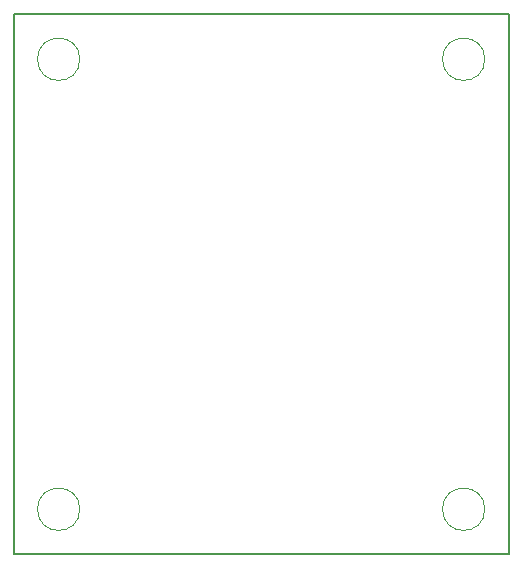
<source format=gbr>
%TF.GenerationSoftware,KiCad,Pcbnew,4.0.7*%
%TF.CreationDate,2018-04-11T16:34:22+03:00*%
%TF.ProjectId,capacity_sensor,63617061636974795F73656E736F722E,rev?*%
%TF.FileFunction,Other,User*%
%FSLAX46Y46*%
G04 Gerber Fmt 4.6, Leading zero omitted, Abs format (unit mm)*
G04 Created by KiCad (PCBNEW 4.0.7) date 04/11/18 16:34:22*
%MOMM*%
%LPD*%
G01*
G04 APERTURE LIST*
%ADD10C,0.100000*%
%ADD11C,0.200000*%
G04 APERTURE END LIST*
D10*
X119380000Y-129540000D02*
X119380000Y-83820000D01*
X161290000Y-129540000D02*
X119380000Y-129540000D01*
X161290000Y-83820000D02*
X161290000Y-129540000D01*
X119380000Y-83820000D02*
X161290000Y-83820000D01*
D11*
X119380000Y-129540000D02*
X119380000Y-83820000D01*
X161290000Y-129540000D02*
X161290000Y-83820000D01*
X119380000Y-129540000D02*
X161290000Y-129540000D01*
D10*
X159276051Y-125730000D02*
G75*
G03X159276051Y-125730000I-1796051J0D01*
G01*
X124986051Y-125730000D02*
G75*
G03X124986051Y-125730000I-1796051J0D01*
G01*
X159276051Y-87630000D02*
G75*
G03X159276051Y-87630000I-1796051J0D01*
G01*
D11*
X119380000Y-83820000D02*
X161290000Y-83820000D01*
D10*
X124986051Y-87630000D02*
G75*
G03X124986051Y-87630000I-1796051J0D01*
G01*
M02*

</source>
